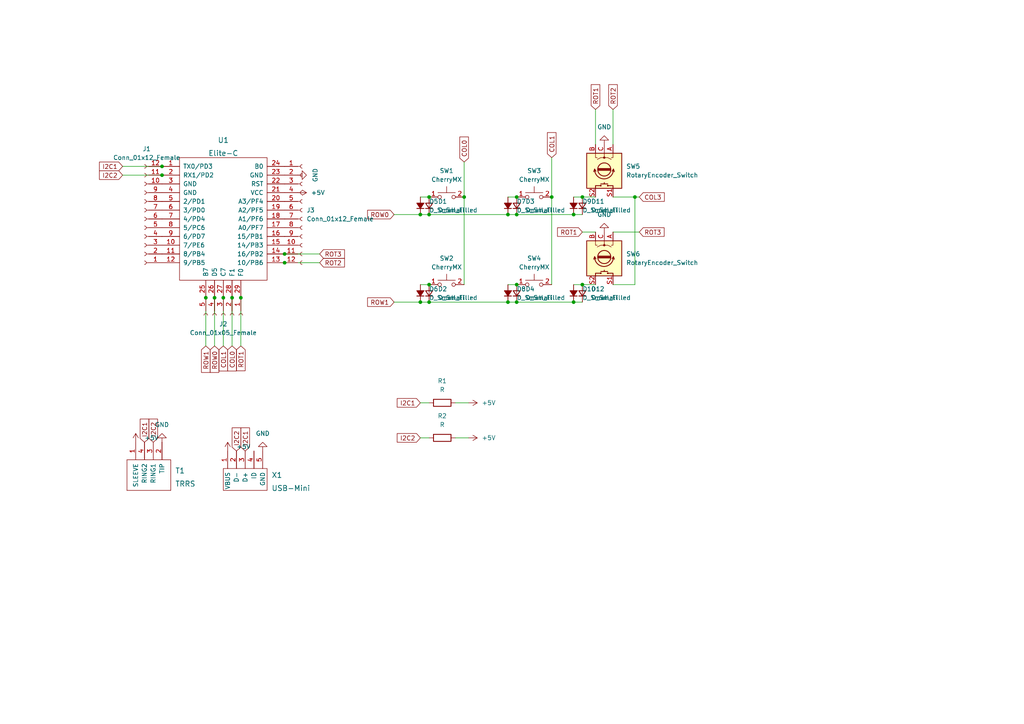
<source format=kicad_sch>
(kicad_sch (version 20211123) (generator eeschema)
  (paper "A4")
  (lib_symbols
    (symbol "CherryMX:CherryMX" (pin_names (offset 0.254))
      (property "Reference" "SW" (at 2.54 3.175 0))
      (property "Value" "CherryMX" (at 0 -1.905 0))
      (symbol "CherryMX_1_1"
        (circle (center -2.032 0) (radius 0.508))
        (polyline (pts (xy 0 1.27) (xy 0 3.048)))
        (polyline (pts (xy 2.54 1.27) (xy -2.54 1.27)))
        (circle (center 2.032 0) (radius 0.508))
        (pin passive line (at -5.08 0 0) (length 2.54) (name "~") (number "1"))
        (pin passive line (at 5.08 0 180) (length 2.54) (name "~") (number "2"))
      )
    )
    (symbol "Connector:Conn_01x05_Female" (pin_names (offset 1.016) hide)
      (property "Reference" "J" (at 0 7.62 0))
      (property "Value" "Conn_01x05_Female" (at 0 -7.62 0))
      (symbol "Conn_01x05_Female_1_1"
        (arc (start 0 -4.572) (mid -0.508 -5.08) (end 0 -5.588) (stroke (width 0.1524)))
        (arc (start 0 -2.032) (mid -0.508 -2.54) (end 0 -3.048) (stroke (width 0.1524)))
        (polyline (pts (xy -1.27 -5.08) (xy -0.508 -5.08)) (stroke (width 0.1524)))
        (polyline (pts (xy -1.27 -2.54) (xy -0.508 -2.54)) (stroke (width 0.1524)))
        (polyline (pts (xy -1.27 0) (xy -0.508 0)) (stroke (width 0.1524)))
        (polyline (pts (xy -1.27 2.54) (xy -0.508 2.54)) (stroke (width 0.1524)))
        (polyline (pts (xy -1.27 5.08) (xy -0.508 5.08)) (stroke (width 0.1524)))
        (arc (start 0 0.508) (mid -0.508 0) (end 0 -0.508) (stroke (width 0.1524)))
        (arc (start 0 3.048) (mid -0.508 2.54) (end 0 2.032) (stroke (width 0.1524)))
        (arc (start 0 5.588) (mid -0.508 5.08) (end 0 4.572) (stroke (width 0.1524)))
        (pin passive line (at -5.08 5.08 0) (length 3.81) (name "Pin_1") (number "1"))
        (pin passive line (at -5.08 2.54 0) (length 3.81) (name "Pin_2") (number "2"))
        (pin passive line (at -5.08 0 0) (length 3.81) (name "Pin_3") (number "3"))
        (pin passive line (at -5.08 -2.54 0) (length 3.81) (name "Pin_4") (number "4"))
        (pin passive line (at -5.08 -5.08 0) (length 3.81) (name "Pin_5") (number "5"))
      )
    )
    (symbol "Connector:Conn_01x12_Female" (pin_names (offset 1.016) hide)
      (property "Reference" "J" (at 0 15.24 0))
      (property "Value" "Conn_01x12_Female" (at 0 -17.78 0))
      (symbol "Conn_01x12_Female_1_1"
        (arc (start 0 -14.732) (mid -0.508 -15.24) (end 0 -15.748) (stroke (width 0.1524)))
        (arc (start 0 -12.192) (mid -0.508 -12.7) (end 0 -13.208) (stroke (width 0.1524)))
        (arc (start 0 -9.652) (mid -0.508 -10.16) (end 0 -10.668) (stroke (width 0.1524)))
        (arc (start 0 -7.112) (mid -0.508 -7.62) (end 0 -8.128) (stroke (width 0.1524)))
        (arc (start 0 -4.572) (mid -0.508 -5.08) (end 0 -5.588) (stroke (width 0.1524)))
        (arc (start 0 -2.032) (mid -0.508 -2.54) (end 0 -3.048) (stroke (width 0.1524)))
        (polyline (pts (xy -1.27 -15.24) (xy -0.508 -15.24)) (stroke (width 0.1524)))
        (polyline (pts (xy -1.27 -12.7) (xy -0.508 -12.7)) (stroke (width 0.1524)))
        (polyline (pts (xy -1.27 -10.16) (xy -0.508 -10.16)) (stroke (width 0.1524)))
        (polyline (pts (xy -1.27 -7.62) (xy -0.508 -7.62)) (stroke (width 0.1524)))
        (polyline (pts (xy -1.27 -5.08) (xy -0.508 -5.08)) (stroke (width 0.1524)))
        (polyline (pts (xy -1.27 -2.54) (xy -0.508 -2.54)) (stroke (width 0.1524)))
        (polyline (pts (xy -1.27 0) (xy -0.508 0)) (stroke (width 0.1524)))
        (polyline (pts (xy -1.27 2.54) (xy -0.508 2.54)) (stroke (width 0.1524)))
        (polyline (pts (xy -1.27 5.08) (xy -0.508 5.08)) (stroke (width 0.1524)))
        (polyline (pts (xy -1.27 7.62) (xy -0.508 7.62)) (stroke (width 0.1524)))
        (polyline (pts (xy -1.27 10.16) (xy -0.508 10.16)) (stroke (width 0.1524)))
        (polyline (pts (xy -1.27 12.7) (xy -0.508 12.7)) (stroke (width 0.1524)))
        (arc (start 0 0.508) (mid -0.508 0) (end 0 -0.508) (stroke (width 0.1524)))
        (arc (start 0 3.048) (mid -0.508 2.54) (end 0 2.032) (stroke (width 0.1524)))
        (arc (start 0 5.588) (mid -0.508 5.08) (end 0 4.572) (stroke (width 0.1524)))
        (arc (start 0 8.128) (mid -0.508 7.62) (end 0 7.112) (stroke (width 0.1524)))
        (arc (start 0 10.668) (mid -0.508 10.16) (end 0 9.652) (stroke (width 0.1524)))
        (arc (start 0 13.208) (mid -0.508 12.7) (end 0 12.192) (stroke (width 0.1524)))
        (pin passive line (at -5.08 12.7 0) (length 3.81) (name "Pin_1") (number "1"))
        (pin passive line (at -5.08 -10.16 0) (length 3.81) (name "Pin_10") (number "10"))
        (pin passive line (at -5.08 -12.7 0) (length 3.81) (name "Pin_11") (number "11"))
        (pin passive line (at -5.08 -15.24 0) (length 3.81) (name "Pin_12") (number "12"))
        (pin passive line (at -5.08 10.16 0) (length 3.81) (name "Pin_2") (number "2"))
        (pin passive line (at -5.08 7.62 0) (length 3.81) (name "Pin_3") (number "3"))
        (pin passive line (at -5.08 5.08 0) (length 3.81) (name "Pin_4") (number "4"))
        (pin passive line (at -5.08 2.54 0) (length 3.81) (name "Pin_5") (number "5"))
        (pin passive line (at -5.08 0 0) (length 3.81) (name "Pin_6") (number "6"))
        (pin passive line (at -5.08 -2.54 0) (length 3.81) (name "Pin_7") (number "7"))
        (pin passive line (at -5.08 -5.08 0) (length 3.81) (name "Pin_8") (number "8"))
        (pin passive line (at -5.08 -7.62 0) (length 3.81) (name "Pin_9") (number "9"))
      )
    )
    (symbol "Device:D_Small" (pin_numbers hide) (pin_names (offset 0.254) hide)
      (property "Reference" "D" (at -1.27 2.032 0))
      (property "Value" "D_Small" (at -3.81 -2.032 0))
      (symbol "D_Small_0_1"
        (polyline (pts (xy -0.762 -1.016) (xy -0.762 1.016)) (stroke (width 0.254)))
        (polyline (pts (xy -0.762 0) (xy 0.762 0)))
        (polyline (pts (xy 0.762 -1.016) (xy -0.762 0) (xy 0.762 1.016) (xy 0.762 -1.016)) (stroke (width 0.254)))
      )
      (symbol "D_Small_1_1"
        (pin passive line (at -2.54 0 0) (length 1.778) (name "K") (number "1"))
        (pin passive line (at 2.54 0 180) (length 1.778) (name "A") (number "2"))
      )
    )
    (symbol "Device:D_Small_Filled" (pin_numbers hide) (pin_names (offset 0.254) hide)
      (property "Reference" "D" (at -1.27 2.032 0))
      (property "Value" "D_Small_Filled" (at -3.81 -2.032 0))
      (symbol "D_Small_Filled_0_1"
        (polyline (pts (xy -0.762 -1.016) (xy -0.762 1.016)) (stroke (width 0.254)))
        (polyline (pts (xy -0.762 0) (xy 0.762 0)))
        (polyline (pts (xy 0.762 -1.016) (xy -0.762 0) (xy 0.762 1.016) (xy 0.762 -1.016)) (stroke (width 0.254)) (fill (type outline)))
      )
      (symbol "D_Small_Filled_1_1"
        (pin passive line (at -2.54 0 0) (length 1.778) (name "K") (number "1"))
        (pin passive line (at 2.54 0 180) (length 1.778) (name "A") (number "2"))
      )
    )
    (symbol "Device:R" (pin_numbers hide) (pin_names (offset 0))
      (property "Reference" "R" (at 2.032 0 90))
      (property "Value" "R" (at 0 0 90))
      (symbol "R_0_1"
        (rectangle (start -1.016 -2.54) (end 1.016 2.54) (stroke (width 0.254)))
      )
      (symbol "R_1_1"
        (pin passive line (at 0 3.81 270) (length 1.27) (name "~") (number "1"))
        (pin passive line (at 0 -3.81 90) (length 1.27) (name "~") (number "2"))
      )
    )
    (symbol "Device:RotaryEncoder_Switch" (pin_names (offset 0.254) hide)
      (property "Reference" "SW" (at 0 6.604 0))
      (property "Value" "RotaryEncoder_Switch" (at 0 -6.604 0))
      (symbol "RotaryEncoder_Switch_0_1"
        (rectangle (start -5.08 5.08) (end 5.08 -5.08) (stroke (width 0.254)) (fill (type background)))
        (circle (center -3.81 0) (radius 0.254) (fill (type outline)))
        (arc (start -0.381 -2.794) (mid 2.3622 -0.0508) (end -0.381 2.667) (stroke (width 0.254)))
        (circle (center -0.381 0) (radius 1.905) (stroke (width 0.254)))
        (polyline (pts (xy -0.635 -1.778) (xy -0.635 1.778)) (stroke (width 0.254)))
        (polyline (pts (xy -0.381 -1.778) (xy -0.381 1.778)) (stroke (width 0.254)))
        (polyline (pts (xy -0.127 1.778) (xy -0.127 -1.778)) (stroke (width 0.254)))
        (polyline (pts (xy 3.81 0) (xy 3.429 0)) (stroke (width 0.254)))
        (polyline (pts (xy 3.81 1.016) (xy 3.81 -1.016)) (stroke (width 0.254)))
        (polyline (pts (xy -5.08 -2.54) (xy -3.81 -2.54) (xy -3.81 -2.032)))
        (polyline (pts (xy -5.08 2.54) (xy -3.81 2.54) (xy -3.81 2.032)))
        (polyline (pts (xy 0.254 -3.048) (xy -0.508 -2.794) (xy 0.127 -2.413)) (stroke (width 0.254)))
        (polyline (pts (xy 0.254 2.921) (xy -0.508 2.667) (xy 0.127 2.286)) (stroke (width 0.254)))
        (polyline (pts (xy 5.08 -2.54) (xy 4.318 -2.54) (xy 4.318 -1.016)) (stroke (width 0.254)))
        (polyline (pts (xy 5.08 2.54) (xy 4.318 2.54) (xy 4.318 1.016)) (stroke (width 0.254)))
        (polyline (pts (xy -5.08 0) (xy -3.81 0) (xy -3.81 -1.016) (xy -3.302 -2.032)))
        (polyline (pts (xy -4.318 0) (xy -3.81 0) (xy -3.81 1.016) (xy -3.302 2.032)))
        (circle (center 4.318 -1.016) (radius 0.127) (stroke (width 0.254)))
        (circle (center 4.318 1.016) (radius 0.127) (stroke (width 0.254)))
      )
      (symbol "RotaryEncoder_Switch_1_1"
        (pin passive line (at -7.62 2.54 0) (length 2.54) (name "A") (number "A"))
        (pin passive line (at -7.62 -2.54 0) (length 2.54) (name "B") (number "B"))
        (pin passive line (at -7.62 0 0) (length 2.54) (name "C") (number "C"))
        (pin passive line (at 7.62 2.54 180) (length 2.54) (name "S1") (number "S1"))
        (pin passive line (at 7.62 -2.54 180) (length 2.54) (name "S2") (number "S2"))
      )
    )
    (symbol "keebio:Elite-C" (pin_names (offset 1.016))
      (property "Reference" "U" (at 0 0 0))
      (property "Value" "Elite-C" (at 0 2.54 0))
      (symbol "Elite-C_0_1"
        (rectangle (start 12.7 -19.05) (end -12.7 16.51))
      )
      (symbol "Elite-C_1_1"
        (pin input line (at -17.78 13.97 0) (length 5.08) (name "TX0/PD3") (number "1"))
        (pin input line (at -17.78 -8.89 0) (length 5.08) (name "7/PE6") (number "10"))
        (pin input line (at -17.78 -11.43 0) (length 5.08) (name "8/PB4") (number "11"))
        (pin input line (at -17.78 -13.97 0) (length 5.08) (name "9/PB5") (number "12"))
        (pin input line (at 17.78 -13.97 180) (length 5.08) (name "10/PB6") (number "13"))
        (pin input line (at 17.78 -11.43 180) (length 5.08) (name "16/PB2") (number "14"))
        (pin input line (at 17.78 -8.89 180) (length 5.08) (name "14/PB3") (number "15"))
        (pin input line (at 17.78 -6.35 180) (length 5.08) (name "15/PB1") (number "16"))
        (pin input line (at 17.78 -3.81 180) (length 5.08) (name "A0/PF7") (number "17"))
        (pin input line (at 17.78 -1.27 180) (length 5.08) (name "A1/PF6") (number "18"))
        (pin input line (at 17.78 1.27 180) (length 5.08) (name "A2/PF5") (number "19"))
        (pin input line (at -17.78 11.43 0) (length 5.08) (name "RX1/PD2") (number "2"))
        (pin input line (at 17.78 3.81 180) (length 5.08) (name "A3/PF4") (number "20"))
        (pin input line (at 17.78 6.35 180) (length 5.08) (name "VCC") (number "21"))
        (pin input line (at 17.78 8.89 180) (length 5.08) (name "RST") (number "22"))
        (pin input line (at 17.78 11.43 180) (length 5.08) (name "GND") (number "23"))
        (pin input line (at 17.78 13.97 180) (length 5.08) (name "B0") (number "24"))
        (pin input line (at -5.08 -24.13 90) (length 5.08) (name "B7") (number "25"))
        (pin input line (at -2.54 -24.13 90) (length 5.08) (name "D5") (number "26"))
        (pin input line (at 0 -24.13 90) (length 5.08) (name "C7") (number "27"))
        (pin input line (at 2.54 -24.13 90) (length 5.08) (name "F1") (number "28"))
        (pin input line (at 5.08 -24.13 90) (length 5.08) (name "F0") (number "29"))
        (pin input line (at -17.78 8.89 0) (length 5.08) (name "GND") (number "3"))
        (pin input line (at -17.78 6.35 0) (length 5.08) (name "GND") (number "4"))
        (pin input line (at -17.78 3.81 0) (length 5.08) (name "2/PD1") (number "5"))
        (pin input line (at -17.78 1.27 0) (length 5.08) (name "3/PD0") (number "6"))
        (pin input line (at -17.78 -1.27 0) (length 5.08) (name "4/PD4") (number "7"))
        (pin input line (at -17.78 -3.81 0) (length 5.08) (name "5/PC6") (number "8"))
        (pin input line (at -17.78 -6.35 0) (length 5.08) (name "6/PD7") (number "9"))
      )
    )
    (symbol "keebio:TRRS" (pin_names (offset 1.016))
      (property "Reference" "U" (at 0 15.24 0))
      (property "Value" "TRRS" (at 0 -2.54 0))
      (symbol "TRRS_0_1"
        (rectangle (start -3.81 0) (end -3.81 12.7))
        (rectangle (start -3.81 12.7) (end 5.08 12.7))
        (rectangle (start 5.08 0) (end -3.81 0))
        (rectangle (start 5.08 12.7) (end 5.08 0))
      )
      (symbol "TRRS_1_1"
        (pin input line (at -8.89 2.54 0) (length 5.08) (name "SLEEVE") (number "1"))
        (pin input line (at -8.89 10.16 0) (length 5.08) (name "TIP") (number "2"))
        (pin input line (at -8.89 7.62 0) (length 5.08) (name "RING1") (number "3"))
        (pin input line (at -8.89 5.08 0) (length 5.08) (name "RING2") (number "4"))
      )
    )
    (symbol "keebio:USB-Mini" (pin_names (offset 1.016))
      (property "Reference" "U" (at 0 15.24 0))
      (property "Value" "USB-Mini" (at 0 -2.54 0))
      (symbol "USB-Mini_0_1"
        (rectangle (start 0 0) (end -6.35 12.7))
      )
      (symbol "USB-Mini_1_1"
        (pin input line (at 5.08 11.43 180) (length 5.08) (name "VBUS") (number "1"))
        (pin input line (at 5.08 8.89 180) (length 5.08) (name "D-") (number "2"))
        (pin input line (at 5.08 6.35 180) (length 5.08) (name "D+") (number "3"))
        (pin input line (at 5.08 3.81 180) (length 5.08) (name "ID") (number "4"))
        (pin input line (at 5.08 1.27 180) (length 5.08) (name "GND") (number "5"))
      )
    )
    (symbol "power:+5V" (power) (pin_names (offset 0))
      (property "Value" "+5V" (at 0 3.556 0))
      (symbol "+5V_0_1"
        (polyline (pts (xy -0.762 1.27) (xy 0 2.54)))
        (polyline (pts (xy 0 0) (xy 0 2.54)))
        (polyline (pts (xy 0 2.54) (xy 0.762 1.27)))
      )
      (symbol "+5V_1_1"
        (pin power_in line (at 0 0 90) (length 0) hide (name "+5V") (number "1"))
      )
    )
    (symbol "power:GND" (power) (pin_names (offset 0))
      (property "Value" "GND" (at 0 -3.81 0))
      (symbol "GND_0_1"
        (polyline (pts (xy 0 0) (xy 0 -1.27) (xy 1.27 -1.27) (xy 0 -2.54) (xy -1.27 -1.27) (xy 0 -1.27)))
      )
      (symbol "GND_1_1"
        (pin power_in line (at 0 0 270) (length 0) hide (name "GND") (number "1"))
      )
    )
  )
  (junction (at 46.99 48.26))
  (junction (at 168.91 57.15))
  (junction (at 134.62 57.15))
  (junction (at 149.86 62.23))
  (junction (at 67.31 86.36))
  (junction (at 82.55 76.2))
  (junction (at 124.46 87.63))
  (junction (at 64.77 86.36))
  (junction (at 124.46 82.55))
  (junction (at 46.99 50.8))
  (junction (at 149.86 57.15))
  (junction (at 124.46 57.15))
  (junction (at 184.15 57.15))
  (junction (at 166.37 87.63))
  (junction (at 147.32 87.63))
  (junction (at 147.32 62.23))
  (junction (at 149.86 87.63))
  (junction (at 168.91 82.55))
  (junction (at 69.85 86.36))
  (junction (at 59.69 86.36))
  (junction (at 166.37 62.23))
  (junction (at 82.55 73.66))
  (junction (at 124.46 62.23))
  (junction (at 121.92 62.23))
  (junction (at 160.02 57.15))
  (junction (at 149.86 82.55))
  (junction (at 62.23 86.36))
  (junction (at 121.92 87.63))
  (wire (pts (xy 121.92 127) (xy 124.46 127)))
  (wire (pts (xy 166.37 82.55) (xy 168.91 82.55)))
  (wire (pts (xy 121.92 82.55) (xy 124.46 82.55)))
  (wire (pts (xy 114.3 62.23) (xy 121.92 62.23)))
  (wire (pts (xy 168.91 67.31) (xy 172.72 67.31)))
  (wire (pts (xy 121.92 62.23) (xy 124.46 62.23)))
  (wire (pts (xy 67.31 86.36) (xy 67.31 100.33)))
  (wire (pts (xy 62.23 86.36) (xy 62.23 100.33)))
  (wire (pts (xy 147.32 57.15) (xy 149.86 57.15)))
  (wire (pts (xy 114.3 87.63) (xy 121.92 87.63)))
  (wire (pts (xy 35.56 50.8) (xy 46.99 50.8)))
  (wire (pts (xy 121.92 87.63) (xy 124.46 87.63)))
  (wire (pts (xy 124.46 87.63) (xy 147.32 87.63)))
  (wire (pts (xy 147.32 62.23) (xy 149.86 62.23)))
  (wire (pts (xy 132.08 127) (xy 135.89 127)))
  (wire (pts (xy 121.92 57.15) (xy 124.46 57.15)))
  (wire (pts (xy 64.77 86.36) (xy 64.77 100.33)))
  (wire (pts (xy 147.32 87.63) (xy 149.86 87.63)))
  (wire (pts (xy 177.8 31.75) (xy 177.8 41.91)))
  (wire (pts (xy 147.32 82.55) (xy 149.86 82.55)))
  (wire (pts (xy 134.62 46.99) (xy 134.62 57.15)))
  (wire (pts (xy 149.86 87.63) (xy 166.37 87.63)))
  (wire (pts (xy 134.62 57.15) (xy 134.62 82.55)))
  (wire (pts (xy 184.15 57.15) (xy 185.42 57.15)))
  (wire (pts (xy 35.56 48.26) (xy 46.99 48.26)))
  (wire (pts (xy 160.02 45.72) (xy 160.02 57.15)))
  (wire (pts (xy 166.37 87.63) (xy 168.91 87.63)))
  (wire (pts (xy 184.15 82.55) (xy 177.8 82.55)))
  (wire (pts (xy 124.46 62.23) (xy 147.32 62.23)))
  (wire (pts (xy 160.02 57.15) (xy 160.02 82.55)))
  (wire (pts (xy 166.37 62.23) (xy 168.91 62.23)))
  (wire (pts (xy 168.91 57.15) (xy 172.72 57.15)))
  (wire (pts (xy 149.86 62.23) (xy 166.37 62.23)))
  (wire (pts (xy 177.8 57.15) (xy 184.15 57.15)))
  (wire (pts (xy 82.55 73.66) (xy 92.71 73.66)))
  (wire (pts (xy 82.55 76.2) (xy 92.71 76.2)))
  (wire (pts (xy 168.91 82.55) (xy 172.72 82.55)))
  (wire (pts (xy 69.85 86.36) (xy 69.85 100.33)))
  (wire (pts (xy 59.69 86.36) (xy 59.69 100.33)))
  (wire (pts (xy 184.15 57.15) (xy 184.15 82.55)))
  (wire (pts (xy 132.08 116.84) (xy 135.89 116.84)))
  (wire (pts (xy 177.8 67.31) (xy 185.42 67.31)))
  (wire (pts (xy 166.37 57.15) (xy 168.91 57.15)))
  (wire (pts (xy 121.92 116.84) (xy 124.46 116.84)))
  (wire (pts (xy 172.72 31.75) (xy 172.72 41.91)))
  (global_label "I2C1" (shape input) (at 35.56 48.26 180) (property "Intersheet References" "${INTERSHEET_REFS}" (effects hide)))
  (global_label "ROW1" (shape input) (at 114.3 87.63 180) (property "Intersheet References" "${INTERSHEET_REFS}" (effects hide)))
  (global_label "I2C1" (shape input) (at 71.12 130.81 90) (property "Intersheet References" "${INTERSHEET_REFS}" (effects hide)))
  (global_label "I2C2" (shape input) (at 44.45 128.27 90) (property "Intersheet References" "${INTERSHEET_REFS}" (effects hide)))
  (global_label "COL1" (shape input) (at 64.77 100.33 270) (property "Intersheet References" "${INTERSHEET_REFS}" (effects hide)))
  (global_label "I2C1" (shape input) (at 121.92 116.84 180) (property "Intersheet References" "${INTERSHEET_REFS}" (effects hide)))
  (global_label "I2C2" (shape input) (at 121.92 127 180) (property "Intersheet References" "${INTERSHEET_REFS}" (effects hide)))
  (global_label "I2C2" (shape input) (at 35.56 50.8 180) (property "Intersheet References" "${INTERSHEET_REFS}" (effects hide)))
  (global_label "I2C1" (shape input) (at 41.91 128.27 90) (property "Intersheet References" "${INTERSHEET_REFS}" (effects hide)))
  (global_label "ROW1" (shape input) (at 59.69 100.33 270) (property "Intersheet References" "${INTERSHEET_REFS}" (effects hide)))
  (global_label "COL3" (shape input) (at 185.42 57.15 0) (property "Intersheet References" "${INTERSHEET_REFS}" (effects hide)))
  (global_label "COL1" (shape input) (at 160.02 45.72 90) (property "Intersheet References" "${INTERSHEET_REFS}" (effects hide)))
  (global_label "ROT2" (shape input) (at 92.71 76.2 0) (property "Intersheet References" "${INTERSHEET_REFS}" (effects hide)))
  (global_label "ROT1" (shape input) (at 168.91 67.31 180) (property "Intersheet References" "${INTERSHEET_REFS}" (effects hide)))
  (global_label "ROT2" (shape input) (at 177.8 31.75 90) (property "Intersheet References" "${INTERSHEET_REFS}" (effects hide)))
  (global_label "ROT1" (shape input) (at 172.72 31.75 90) (property "Intersheet References" "${INTERSHEET_REFS}" (effects hide)))
  (global_label "ROT3" (shape input) (at 185.42 67.31 0) (property "Intersheet References" "${INTERSHEET_REFS}" (effects hide)))
  (global_label "ROW0" (shape input) (at 114.3 62.23 180) (property "Intersheet References" "${INTERSHEET_REFS}" (effects hide)))
  (global_label "ROW0" (shape input) (at 62.23 100.33 270) (property "Intersheet References" "${INTERSHEET_REFS}" (effects hide)))
  (global_label "ROT1" (shape input) (at 69.85 100.33 270) (property "Intersheet References" "${INTERSHEET_REFS}" (effects hide)))
  (global_label "COL0" (shape input) (at 134.62 46.99 90) (property "Intersheet References" "${INTERSHEET_REFS}" (effects hide)))
  (global_label "I2C2" (shape input) (at 68.58 130.81 90) (property "Intersheet References" "${INTERSHEET_REFS}" (effects hide)))
  (global_label "COL0" (shape input) (at 67.31 100.33 270) (property "Intersheet References" "${INTERSHEET_REFS}" (effects hide)))
  (global_label "ROT3" (shape input) (at 92.71 73.66 0) (property "Intersheet References" "${INTERSHEET_REFS}" (effects hide)))
  (symbol (lib_id "Device:RotaryEncoder_Switch") (at 175.26 49.53 270) (unit 1)
    (property "Reference" "SW5" (at 181.61 48.2599 90) (effects (justify left)))
    (property "Value" "RotaryEncoder_Switch" (at 181.61 50.7999 90) (effects (justify left)))
    (property "Footprint" "Rotary_Encoder:RotaryEncoder_Alps_EC11E-Switch_Vertical_H20mm" (effects hide))
  )
  (symbol (lib_id "keebio:TRRS") (at 36.83 137.16 270) (unit 1)
    (property "Reference" "T1" (at 50.8 136.525 90) (effects (font (size 1.524 1.524)) (justify left)))
    (property "Value" "TRRS" (at 50.8 140.335 90) (effects (font (size 1.524 1.524)) (justify left)))
    (property "Footprint" "Keebio-Parts:TRRS-PJ-320A" (effects hide))
  )
  (symbol (lib_id "Device:R") (at 128.27 127 90) (unit 1)
    (property "Reference" "R2" (at 128.27 120.65 90))
    (property "Value" "R" (at 128.27 123.19 90))
    (property "Footprint" "Resistor_THT:R_Axial_DIN0204_L3.6mm_D1.6mm_P7.62mm_Horizontal" (effects hide))
  )
  (symbol (lib_id "Device:D_Small_Filled") (at 121.92 59.69 90) (unit 1)
    (property "Reference" "D5" (at 124.46 58.4199 90) (effects (justify right)))
    (property "Value" "D_Small_Filled" (at 124.46 60.9599 90) (effects (justify right)))
    (property "Footprint" "Diode_THT:D_DO-34_SOD68_P10.16mm_Horizontal" (effects hide))
  )
  (symbol (lib_id "keebio:USB-Mini") (at 77.47 135.89 90) (unit 1)
    (property "Reference" "X1" (at 78.74 137.795 90) (effects (font (size 1.524 1.524)) (justify right)))
    (property "Value" "USB-Mini" (at 78.74 141.605 90) (effects (font (size 1.524 1.524)) (justify right)))
    (property "Footprint" "Connector_PinHeader_2.54mm:PinHeader_1x05_P2.54mm_Vertical" (effects hide))
  )
  (symbol (lib_id "Device:D_Small_Filled") (at 121.92 85.09 90) (unit 1)
    (property "Reference" "D6" (at 124.46 83.8199 90) (effects (justify right)))
    (property "Value" "D_Small_Filled" (at 124.46 86.3599 90) (effects (justify right)))
    (property "Footprint" "Diode_THT:D_DO-34_SOD68_P10.16mm_Horizontal" (effects hide))
  )
  (symbol (lib_id "Connector:Conn_01x12_Female") (at 87.63 60.96 0) (unit 1)
    (property "Reference" "J3" (at 88.9 60.9599 0) (effects (justify left)))
    (property "Value" "Conn_01x12_Female" (at 88.9 63.4999 0) (effects (justify left)))
    (property "Footprint" "Connector_PinHeader_2.54mm:PinHeader_1x12_P2.54mm_Vertical" (effects hide))
  )
  (symbol (lib_id "Device:D_Small_Filled") (at 166.37 59.69 90) (unit 1)
    (property "Reference" "D9" (at 168.91 58.4199 90) (effects (justify right)))
    (property "Value" "D_Small_Filled" (at 168.91 60.9599 90) (effects (justify right)))
    (property "Footprint" "Diode_THT:D_DO-34_SOD68_P10.16mm_Horizontal" (effects hide))
  )
  (symbol (lib_id "power:GND") (at 46.99 128.27 180) (unit 1)
    (property "Reference" "#PWR04" (effects hide))
    (property "Value" "GND" (at 46.99 123.19 0))
  )
  (symbol (lib_id "Device:D_Small") (at 149.86 85.09 90) (unit 1)
    (property "Reference" "D4" (at 152.4 83.8199 90) (effects (justify right)))
    (property "Value" "D_Small" (at 152.4 86.3599 90) (effects (justify right)))
    (property "Footprint" "Diode_SMD:D_SOD-123" (effects hide))
  )
  (symbol (lib_id "power:+5V") (at 135.89 116.84 270) (unit 1)
    (property "Reference" "#PWR07" (effects hide))
    (property "Value" "+5V" (at 139.7 116.8399 90) (effects (justify left)))
  )
  (symbol (lib_id "power:+5V") (at 66.04 130.81 0) (unit 1)
    (property "Reference" "#PWR05" (effects hide))
    (property "Value" "+5V" (at 68.58 129.5399 0) (effects (justify left)))
  )
  (symbol (lib_id "CherryMX:CherryMX") (at 129.54 57.15 0) (unit 1)
    (property "Reference" "SW1" (at 129.54 49.53 0))
    (property "Value" "CherryMX" (at 129.54 52.07 0))
    (property "Footprint" "CherryMX:CherryMX_1.00u" (effects hide))
  )
  (symbol (lib_id "power:GND") (at 76.2 130.81 180) (unit 1)
    (property "Reference" "#PWR06" (effects hide))
    (property "Value" "GND" (at 76.2 125.73 0))
  )
  (symbol (lib_id "power:GND") (at 175.26 41.91 180) (unit 1)
    (property "Reference" "#PWR01" (effects hide))
    (property "Value" "GND" (at 175.26 36.83 0))
  )
  (symbol (lib_id "Device:D_Small_Filled") (at 147.32 85.09 90) (unit 1)
    (property "Reference" "D8" (at 149.86 83.8199 90) (effects (justify right)))
    (property "Value" "D_Small_Filled" (at 149.86 86.3599 90) (effects (justify right)))
    (property "Footprint" "Diode_THT:D_DO-34_SOD68_P10.16mm_Horizontal" (effects hide))
  )
  (symbol (lib_id "power:GND") (at 175.26 67.31 180) (unit 1)
    (property "Reference" "#PWR02" (effects hide))
    (property "Value" "GND" (at 175.26 62.23 0))
  )
  (symbol (lib_id "Device:D_Small") (at 124.46 85.09 90) (unit 1)
    (property "Reference" "D2" (at 127 83.8199 90) (effects (justify right)))
    (property "Value" "D_Small" (at 127 86.3599 90) (effects (justify right)))
    (property "Footprint" "Diode_SMD:D_SOD-123" (effects hide))
  )
  (symbol (lib_id "Device:D_Small_Filled") (at 166.37 85.09 90) (unit 1)
    (property "Reference" "D10" (at 168.91 83.8199 90) (effects (justify right)))
    (property "Value" "D_Small_Filled" (at 168.91 86.3599 90) (effects (justify right)))
    (property "Footprint" "Diode_THT:D_DO-34_SOD68_P10.16mm_Horizontal" (effects hide))
  )
  (symbol (lib_id "Connector:Conn_01x05_Female") (at 64.77 91.44 270) (unit 1)
    (property "Reference" "J2" (at 64.77 93.98 90))
    (property "Value" "Conn_01x05_Female" (at 64.77 96.52 90))
    (property "Footprint" "Connector_PinHeader_2.54mm:PinHeader_1x05_P2.54mm_Vertical" (effects hide))
  )
  (symbol (lib_id "Device:D_Small_Filled") (at 147.32 59.69 90) (unit 1)
    (property "Reference" "D7" (at 149.86 58.4199 90) (effects (justify right)))
    (property "Value" "D_Small_Filled" (at 149.86 60.9599 90) (effects (justify right)))
    (property "Footprint" "Diode_THT:D_DO-34_SOD68_P10.16mm_Horizontal" (effects hide))
  )
  (symbol (lib_id "Device:D_Small") (at 168.91 85.09 90) (unit 1)
    (property "Reference" "D12" (at 171.45 83.8199 90) (effects (justify right)))
    (property "Value" "D_Small" (at 171.45 86.3599 90) (effects (justify right)))
    (property "Footprint" "Diode_SMD:D_SOD-123" (effects hide))
  )
  (symbol (lib_id "Device:R") (at 128.27 116.84 90) (unit 1)
    (property "Reference" "R1" (at 128.27 110.49 90))
    (property "Value" "R" (at 128.27 113.03 90))
    (property "Footprint" "Resistor_THT:R_Axial_DIN0204_L3.6mm_D1.6mm_P7.62mm_Horizontal" (effects hide))
  )
  (symbol (lib_id "CherryMX:CherryMX") (at 154.94 57.15 0) (unit 1)
    (property "Reference" "SW3" (at 154.94 49.53 0))
    (property "Value" "CherryMX" (at 154.94 52.07 0))
    (property "Footprint" "CherryMX:CherryMX_1.00u" (effects hide))
  )
  (symbol (lib_id "Device:RotaryEncoder_Switch") (at 175.26 74.93 270) (unit 1)
    (property "Reference" "SW6" (at 181.61 73.6599 90) (effects (justify left)))
    (property "Value" "RotaryEncoder_Switch" (at 181.61 76.1999 90) (effects (justify left)))
    (property "Footprint" "Rotary_Encoder:RotaryEncoder_Alps_EC11E-Switch_Vertical_H20mm" (effects hide))
  )
  (symbol (lib_id "Device:D_Small") (at 168.91 59.69 90) (unit 1)
    (property "Reference" "D11" (at 171.45 58.4199 90) (effects (justify right)))
    (property "Value" "D_Small" (at 171.45 60.9599 90) (effects (justify right)))
    (property "Footprint" "Diode_SMD:D_SOD-123" (effects hide))
  )
  (symbol (lib_id "CherryMX:CherryMX") (at 129.54 82.55 0) (unit 1)
    (property "Reference" "SW2" (at 129.54 74.93 0))
    (property "Value" "CherryMX" (at 129.54 77.47 0))
    (property "Footprint" "CherryMX:CherryMX_1.00u" (effects hide))
  )
  (symbol (lib_id "CherryMX:CherryMX") (at 154.94 82.55 0) (unit 1)
    (property "Reference" "SW4" (at 154.94 74.93 0))
    (property "Value" "CherryMX" (at 154.94 77.47 0))
    (property "Footprint" "CherryMX:CherryMX_1.00u" (effects hide))
  )
  (symbol (lib_id "power:GND") (at 86.36 50.8 90) (unit 1)
    (property "Reference" "#PWR0102" (effects hide))
    (property "Value" "GND" (at 91.44 50.8 0))
  )
  (symbol (lib_id "power:+5V") (at 135.89 127 270) (unit 1)
    (property "Reference" "#PWR08" (effects hide))
    (property "Value" "+5V" (at 139.7 126.9999 90) (effects (justify left)))
  )
  (symbol (lib_id "Connector:Conn_01x12_Female") (at 41.91 63.5 180) (unit 1)
    (property "Reference" "J1" (at 42.545 43.18 0))
    (property "Value" "Conn_01x12_Female" (at 42.545 45.72 0))
    (property "Footprint" "Connector_PinHeader_2.54mm:PinHeader_1x12_P2.54mm_Vertical" (effects hide))
  )
  (symbol (lib_id "Device:D_Small") (at 149.86 59.69 90) (unit 1)
    (property "Reference" "D3" (at 152.4 58.4199 90) (effects (justify right)))
    (property "Value" "D_Small" (at 152.4 60.9599 90) (effects (justify right)))
    (property "Footprint" "Diode_SMD:D_SOD-123" (effects hide))
  )
  (symbol (lib_id "keebio:Elite-C") (at 64.77 62.23 0) (unit 1)
    (property "Reference" "U1" (at 64.77 40.64 0) (effects (font (size 1.524 1.524))))
    (property "Value" "Elite-C" (at 64.77 44.45 0) (effects (font (size 1.524 1.524))))
    (property "Footprint" "Keebio-Parts:Elite-C-ZigZag" (effects hide))
  )
  (symbol (lib_id "Device:D_Small") (at 124.46 59.69 90) (unit 1)
    (property "Reference" "D1" (at 127 58.4199 90) (effects (justify right)))
    (property "Value" "D_Small" (at 127 60.9599 90) (effects (justify right)))
    (property "Footprint" "Diode_SMD:D_SOD-123" (effects hide))
  )
  (symbol (lib_id "power:+5V") (at 39.37 128.27 0) (unit 1)
    (property "Reference" "#PWR03" (effects hide))
    (property "Value" "+5V" (at 41.91 126.9999 0) (effects (justify left)))
  )
  (symbol (lib_id "power:+5V") (at 86.36 55.88 270) (unit 1)
    (property "Reference" "#PWR0101" (effects hide))
    (property "Value" "+5V" (at 90.17 55.8799 90) (effects (justify left)))
  )
)
</source>
